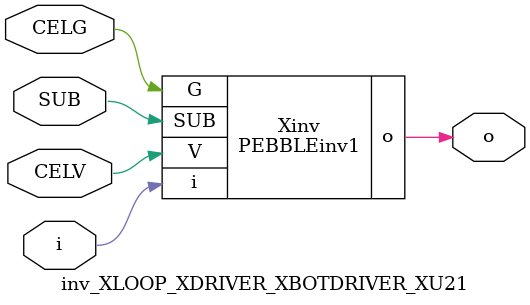
<source format=v>



module PEBBLEinv1 ( o, G, SUB, V, i );

  input V;
  input i;
  input G;
  output o;
  input SUB;
endmodule

//Celera Confidential Do Not Copy inv_XLOOP_XDRIVER_XBOTDRIVER_XU21
//Celera Confidential Symbol Generator
//5V Inverter
module inv_XLOOP_XDRIVER_XBOTDRIVER_XU21 (CELV,CELG,i,o,SUB);
input CELV;
input CELG;
input i;
input SUB;
output o;

//Celera Confidential Do Not Copy inv
PEBBLEinv1 Xinv(
.V (CELV),
.i (i),
.o (o),
.SUB (SUB),
.G (CELG)
);
//,diesize,PEBBLEinv1

//Celera Confidential Do Not Copy Module End
//Celera Schematic Generator
endmodule

</source>
